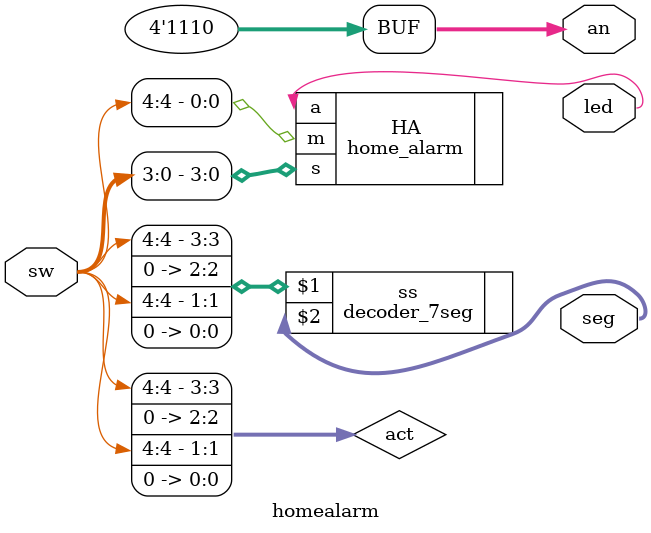
<source format=v>
module homealarm(sw,led,seg,an);
input [4:0] sw;
output [0:0] led;
output [6:0] seg;
output [3:0] an;
wire [3:0] act;
assign an =4'b1110;
assign act ={sw[4],1'b0,sw[4],1'b0};
decoder_7seg ss(act,seg);
home_alarm HA(.a(led),.s(sw[3:0]),.m(sw[4]));
endmodule

</source>
